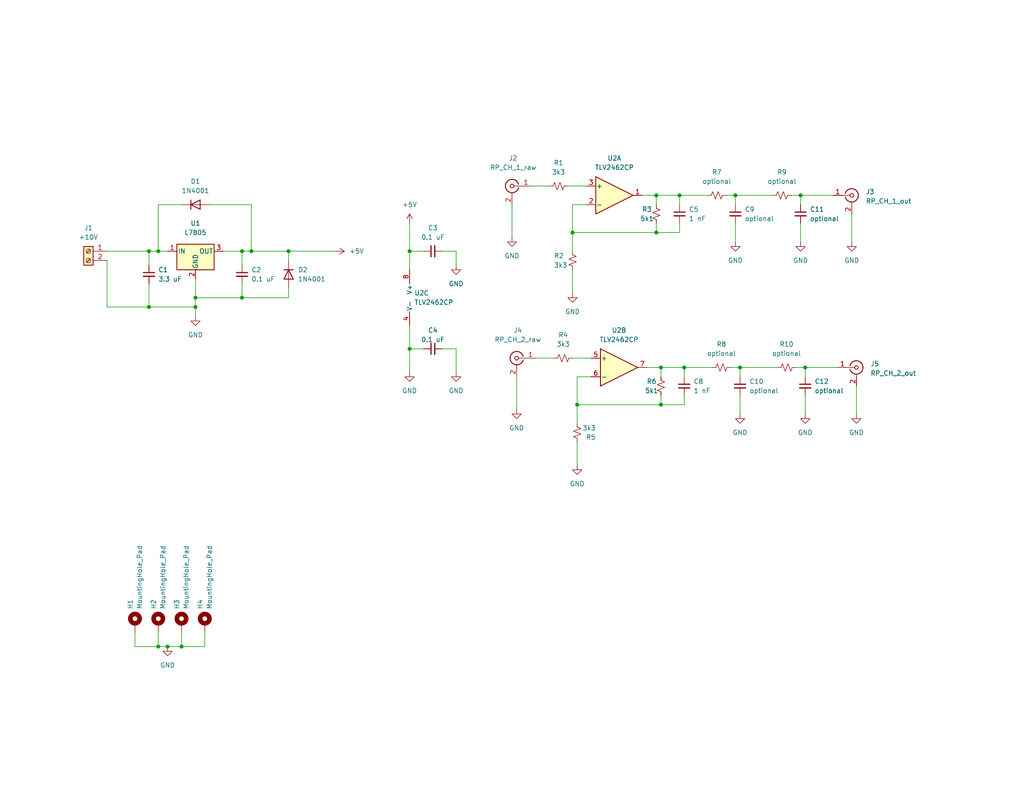
<source format=kicad_sch>
(kicad_sch (version 20211123) (generator eeschema)
  (paper "A")
  (title_block (title "Red Pitaya Interferometer Lock") (date "2023-01-27") (rev "0"))
  (lib_symbols
    (symbol "Amplifier_Operational:OP275" (pin_names (offset 0.127))
      (property "Reference" "U" (at 0 5.08 0))
      (property "Value" "OP275" (at 0 -5.08 0))
      (symbol "OP275_1_1"
        (polyline (pts (xy -5.08 5.08) (xy 5.08 0) (xy -5.08 -5.08) (xy -5.08 5.08)) (stroke (width 0.254)) (fill (type background)))
        (pin output line (at 7.62 0 180) (length 2.54) (name "~") (number "1"))
        (pin input line (at -7.62 -2.54 0) (length 2.54) (name "-") (number "2"))
        (pin input line (at -7.62 2.54 0) (length 2.54) (name "+") (number "3"))
      )
      (symbol "OP275_2_1"
        (polyline (pts (xy -5.08 5.08) (xy 5.08 0) (xy -5.08 -5.08) (xy -5.08 5.08)) (stroke (width 0.254)) (fill (type background)))
        (pin input line (at -7.62 2.54 0) (length 2.54) (name "+") (number "5"))
        (pin input line (at -7.62 -2.54 0) (length 2.54) (name "-") (number "6"))
        (pin output line (at 7.62 0 180) (length 2.54) (name "~") (number "7"))
      )
      (symbol "OP275_3_1"
        (pin power_in line (at -2.54 -7.62 90) (length 3.81) (name "V-") (number "4"))
        (pin power_in line (at -2.54 7.62 270) (length 3.81) (name "V+") (number "8"))
      )
    )
    (symbol "Connector:Conn_Coaxial" (pin_names (offset 1.016) hide)
      (property "Reference" "J" (at 0.254 3.048 0))
      (property "Value" "Conn_Coaxial" (at 2.921 0 90))
      (symbol "Conn_Coaxial_0_1"
        (arc (start -1.778 -0.508) (mid 0.2311 -1.8066) (end 1.778 0) (stroke (width 0.254)))
        (polyline (pts (xy -2.54 0) (xy -0.508 0)))
        (polyline (pts (xy 0 -2.54) (xy 0 -1.778)))
        (circle (center 0 0) (radius 0.508) (stroke (width 0.2032)))
        (arc (start 1.778 0) (mid 0.2099 1.8101) (end -1.778 0.508) (stroke (width 0.254)))
      )
      (symbol "Conn_Coaxial_1_1"
        (pin passive line (at -5.08 0 0) (length 2.54) (name "In") (number "1"))
        (pin passive line (at 0 -5.08 90) (length 2.54) (name "Ext") (number "2"))
      )
    )
    (symbol "Connector:Screw_Terminal_01x02" (pin_names (offset 1.016) hide)
      (property "Reference" "J" (at 0 2.54 0))
      (property "Value" "Screw_Terminal_01x02" (at 0 -5.08 0))
      (symbol "Screw_Terminal_01x02_1_1"
        (rectangle (start -1.27 1.27) (end 1.27 -3.81) (stroke (width 0.254)) (fill (type background)))
        (circle (center 0 -2.54) (radius 0.635) (stroke (width 0.1524)))
        (polyline (pts (xy -0.5334 -2.2098) (xy 0.3302 -3.048)) (stroke (width 0.1524)))
        (polyline (pts (xy -0.5334 0.3302) (xy 0.3302 -0.508)) (stroke (width 0.1524)))
        (polyline (pts (xy -0.3556 -2.032) (xy 0.508 -2.8702)) (stroke (width 0.1524)))
        (polyline (pts (xy -0.3556 0.508) (xy 0.508 -0.3302)) (stroke (width 0.1524)))
        (circle (center 0 0) (radius 0.635) (stroke (width 0.1524)))
        (pin passive line (at -5.08 0 0) (length 3.81) (name "Pin_1") (number "1"))
        (pin passive line (at -5.08 -2.54 0) (length 3.81) (name "Pin_2") (number "2"))
      )
    )
    (symbol "Device:C_Small" (pin_numbers hide) (pin_names (offset 0.254) hide)
      (property "Reference" "C" (at 0.254 1.778 0))
      (property "Value" "C_Small" (at 0.254 -2.032 0))
      (symbol "C_Small_0_1"
        (polyline (pts (xy -1.524 -0.508) (xy 1.524 -0.508)) (stroke (width 0.3302)))
        (polyline (pts (xy -1.524 0.508) (xy 1.524 0.508)) (stroke (width 0.3048)))
      )
      (symbol "C_Small_1_1"
        (pin passive line (at 0 2.54 270) (length 2.032) (name "~") (number "1"))
        (pin passive line (at 0 -2.54 90) (length 2.032) (name "~") (number "2"))
      )
    )
    (symbol "Device:R_Small_US" (pin_numbers hide) (pin_names (offset 0.254) hide)
      (property "Reference" "R" (at 0.762 0.508 0))
      (property "Value" "R_Small_US" (at 0.762 -1.016 0))
      (symbol "R_Small_US_1_1"
        (polyline (pts (xy 0 0) (xy 1.016 -0.381) (xy 0 -0.762) (xy -1.016 -1.143) (xy 0 -1.524)))
        (polyline (pts (xy 0 1.524) (xy 1.016 1.143) (xy 0 0.762) (xy -1.016 0.381) (xy 0 0)))
        (pin passive line (at 0 2.54 270) (length 1.016) (name "~") (number "1"))
        (pin passive line (at 0 -2.54 90) (length 1.016) (name "~") (number "2"))
      )
    )
    (symbol "Diode:1N4001" (pin_numbers hide) (pin_names hide)
      (property "Reference" "D" (at 0 2.54 0))
      (property "Value" "1N4001" (at 0 -2.54 0))
      (symbol "1N4001_0_1"
        (polyline (pts (xy -1.27 1.27) (xy -1.27 -1.27)) (stroke (width 0.254)))
        (polyline (pts (xy 1.27 0) (xy -1.27 0)))
        (polyline (pts (xy 1.27 1.27) (xy 1.27 -1.27) (xy -1.27 0) (xy 1.27 1.27)) (stroke (width 0.254)))
      )
      (symbol "1N4001_1_1"
        (pin passive line (at -3.81 0 0) (length 2.54) (name "K") (number "1"))
        (pin passive line (at 3.81 0 180) (length 2.54) (name "A") (number "2"))
      )
    )
    (symbol "Mechanical:MountingHole_Pad" (pin_numbers hide) (pin_names (offset 1.016) hide)
      (property "Reference" "H" (at 0 6.35 0))
      (property "Value" "MountingHole_Pad" (at 0 4.445 0))
      (symbol "MountingHole_Pad_0_1"
        (circle (center 0 1.27) (radius 1.27) (stroke (width 1.27)))
      )
      (symbol "MountingHole_Pad_1_1"
        (pin input line (at 0 -2.54 90) (length 2.54) (name "1") (number "1"))
      )
    )
    (symbol "Regulator_Linear:L7805" (pin_names (offset 0.254))
      (property "Reference" "U" (at -3.81 3.175 0))
      (property "Value" "L7805" (at 0 3.175 0))
      (symbol "L7805_0_1"
        (rectangle (start -5.08 1.905) (end 5.08 -5.08) (stroke (width 0.254)) (fill (type background)))
      )
      (symbol "L7805_1_1"
        (pin power_in line (at -7.62 0 0) (length 2.54) (name "IN") (number "1"))
        (pin power_in line (at 0 -7.62 90) (length 2.54) (name "GND") (number "2"))
        (pin power_out line (at 7.62 0 180) (length 2.54) (name "OUT") (number "3"))
      )
    )
    (symbol "power:+5V" (power) (pin_names (offset 0))
      (property "Value" "+5V" (at 0 3.556 0))
      (symbol "+5V_0_1"
        (polyline (pts (xy -0.762 1.27) (xy 0 2.54)))
        (polyline (pts (xy 0 0) (xy 0 2.54)))
        (polyline (pts (xy 0 2.54) (xy 0.762 1.27)))
      )
      (symbol "+5V_1_1"
        (pin power_in line (at 0 0 90) (length 0) hide (name "+5V") (number "1"))
      )
    )
    (symbol "power:GND" (power) (pin_names (offset 0))
      (property "Value" "GND" (at 0 -3.81 0))
      (symbol "GND_0_1"
        (polyline (pts (xy 0 0) (xy 0 -1.27) (xy 1.27 -1.27) (xy 0 -2.54) (xy -1.27 -1.27) (xy 0 -1.27)))
      )
      (symbol "GND_1_1"
        (pin power_in line (at 0 0 270) (length 0) hide (name "GND") (number "1"))
      )
    )
  )
  (junction (at 66.04 81.28))
  (junction (at 78.74 68.58))
  (junction (at 68.58 68.58))
  (junction (at 180.34 100.33))
  (junction (at 43.18 68.58))
  (junction (at 185.42 53.34))
  (junction (at 43.18 176.53))
  (junction (at 219.71 100.33))
  (junction (at 218.44 53.34))
  (junction (at 40.64 83.82))
  (junction (at 111.76 68.58))
  (junction (at 49.53 176.53))
  (junction (at 157.48 110.49))
  (junction (at 53.34 83.82))
  (junction (at 179.07 63.5))
  (junction (at 156.21 63.5))
  (junction (at 201.93 100.33))
  (junction (at 186.69 100.33))
  (junction (at 40.64 68.58))
  (junction (at 45.72 176.53))
  (junction (at 66.04 68.58))
  (junction (at 179.07 53.34))
  (junction (at 180.34 110.49))
  (junction (at 111.76 95.25))
  (junction (at 200.66 53.34))
  (junction (at 53.34 81.28))
  (wire (pts (xy 40.64 83.82) (xy 40.64 77.47)))
  (wire (pts (xy 40.64 83.82) (xy 53.34 83.82)))
  (wire (pts (xy 111.76 68.58) (xy 111.76 73.66)))
  (wire (pts (xy 219.71 107.95) (xy 219.71 113.03)))
  (wire (pts (xy 146.05 97.79) (xy 151.13 97.79)))
  (wire (pts (xy 156.21 97.79) (xy 161.29 97.79)))
  (wire (pts (xy 156.21 55.88) (xy 156.21 63.5)))
  (wire (pts (xy 179.07 63.5) (xy 156.21 63.5)))
  (wire (pts (xy 140.97 102.87) (xy 140.97 111.76)))
  (wire (pts (xy 200.66 53.34) (xy 210.82 53.34)))
  (wire (pts (xy 218.44 60.96) (xy 218.44 66.04)))
  (wire (pts (xy 68.58 55.88) (xy 68.58 68.58)))
  (wire (pts (xy 43.18 172.72) (xy 43.18 176.53)))
  (wire (pts (xy 43.18 176.53) (xy 45.72 176.53)))
  (wire (pts (xy 78.74 81.28) (xy 78.74 78.74)))
  (wire (pts (xy 198.12 53.34) (xy 200.66 53.34)))
  (wire (pts (xy 49.53 176.53) (xy 45.72 176.53)))
  (wire (pts (xy 40.64 68.58) (xy 40.64 72.39)))
  (wire (pts (xy 78.74 68.58) (xy 78.74 71.12)))
  (wire (pts (xy 49.53 172.72) (xy 49.53 176.53)))
  (wire (pts (xy 111.76 60.96) (xy 111.76 68.58)))
  (wire (pts (xy 53.34 81.28) (xy 66.04 81.28)))
  (wire (pts (xy 78.74 68.58) (xy 91.44 68.58)))
  (wire (pts (xy 179.07 63.5) (xy 185.42 63.5)))
  (wire (pts (xy 200.66 53.34) (xy 200.66 55.88)))
  (wire (pts (xy 157.48 120.65) (xy 157.48 127)))
  (wire (pts (xy 200.66 60.96) (xy 200.66 66.04)))
  (wire (pts (xy 43.18 68.58) (xy 45.72 68.58)))
  (wire (pts (xy 156.21 73.66) (xy 156.21 80.01)))
  (wire (pts (xy 66.04 68.58) (xy 66.04 72.39)))
  (wire (pts (xy 180.34 100.33) (xy 180.34 102.87)))
  (wire (pts (xy 194.31 100.33) (xy 186.69 100.33)))
  (wire (pts (xy 157.48 102.87) (xy 161.29 102.87)))
  (wire (pts (xy 115.57 95.25) (xy 111.76 95.25)))
  (wire (pts (xy 201.93 107.95) (xy 201.93 113.03)))
  (wire (pts (xy 154.94 50.8) (xy 160.02 50.8)))
  (wire (pts (xy 186.69 110.49) (xy 186.69 107.95)))
  (wire (pts (xy 144.78 50.8) (xy 149.86 50.8)))
  (wire (pts (xy 156.21 63.5) (xy 156.21 68.58)))
  (wire (pts (xy 180.34 107.95) (xy 180.34 110.49)))
  (wire (pts (xy 186.69 100.33) (xy 180.34 100.33)))
  (wire (pts (xy 68.58 68.58) (xy 78.74 68.58)))
  (wire (pts (xy 219.71 100.33) (xy 228.6 100.33)))
  (wire (pts (xy 180.34 110.49) (xy 157.48 110.49)))
  (wire (pts (xy 120.65 68.58) (xy 124.46 68.58)))
  (wire (pts (xy 218.44 53.34) (xy 218.44 55.88)))
  (wire (pts (xy 29.21 71.12) (xy 29.21 83.82)))
  (wire (pts (xy 180.34 110.49) (xy 186.69 110.49)))
  (wire (pts (xy 186.69 100.33) (xy 186.69 102.87)))
  (wire (pts (xy 124.46 95.25) (xy 120.65 95.25)))
  (wire (pts (xy 176.53 100.33) (xy 180.34 100.33)))
  (wire (pts (xy 57.15 55.88) (xy 68.58 55.88)))
  (wire (pts (xy 66.04 81.28) (xy 78.74 81.28)))
  (wire (pts (xy 201.93 100.33) (xy 201.93 102.87)))
  (wire (pts (xy 124.46 101.6) (xy 124.46 95.25)))
  (wire (pts (xy 29.21 68.58) (xy 40.64 68.58)))
  (wire (pts (xy 139.7 55.88) (xy 139.7 64.77)))
  (wire (pts (xy 53.34 76.2) (xy 53.34 81.28)))
  (wire (pts (xy 43.18 55.88) (xy 43.18 68.58)))
  (wire (pts (xy 111.76 95.25) (xy 111.76 101.6)))
  (wire (pts (xy 29.21 83.82) (xy 40.64 83.82)))
  (wire (pts (xy 175.26 53.34) (xy 179.07 53.34)))
  (wire (pts (xy 233.68 105.41) (xy 233.68 113.03)))
  (wire (pts (xy 193.04 53.34) (xy 185.42 53.34)))
  (wire (pts (xy 53.34 81.28) (xy 53.34 83.82)))
  (wire (pts (xy 217.17 100.33) (xy 219.71 100.33)))
  (wire (pts (xy 55.88 176.53) (xy 49.53 176.53)))
  (wire (pts (xy 185.42 53.34) (xy 179.07 53.34)))
  (wire (pts (xy 60.96 68.58) (xy 66.04 68.58)))
  (wire (pts (xy 36.83 172.72) (xy 36.83 176.53)))
  (wire (pts (xy 179.07 53.34) (xy 179.07 55.88)))
  (wire (pts (xy 199.39 100.33) (xy 201.93 100.33)))
  (wire (pts (xy 156.21 55.88) (xy 160.02 55.88)))
  (wire (pts (xy 124.46 68.58) (xy 124.46 72.39)))
  (wire (pts (xy 185.42 53.34) (xy 185.42 55.88)))
  (wire (pts (xy 55.88 172.72) (xy 55.88 176.53)))
  (wire (pts (xy 111.76 88.9) (xy 111.76 95.25)))
  (wire (pts (xy 36.83 176.53) (xy 43.18 176.53)))
  (wire (pts (xy 66.04 68.58) (xy 68.58 68.58)))
  (wire (pts (xy 49.53 55.88) (xy 43.18 55.88)))
  (wire (pts (xy 111.76 68.58) (xy 115.57 68.58)))
  (wire (pts (xy 157.48 110.49) (xy 157.48 115.57)))
  (wire (pts (xy 66.04 81.28) (xy 66.04 77.47)))
  (wire (pts (xy 53.34 83.82) (xy 53.34 86.36)))
  (wire (pts (xy 40.64 68.58) (xy 43.18 68.58)))
  (wire (pts (xy 157.48 102.87) (xy 157.48 110.49)))
  (wire (pts (xy 218.44 53.34) (xy 227.33 53.34)))
  (wire (pts (xy 185.42 63.5) (xy 185.42 60.96)))
  (wire (pts (xy 219.71 100.33) (xy 219.71 102.87)))
  (wire (pts (xy 201.93 100.33) (xy 212.09 100.33)))
  (wire (pts (xy 215.9 53.34) (xy 218.44 53.34)))
  (wire (pts (xy 179.07 60.96) (xy 179.07 63.5)))
  (wire (pts (xy 232.41 58.42) (xy 232.41 66.04)))
  (symbol (lib_id "power:GND") (at 124.46 101.6 0) (unit 1)
    (property "Reference" "#PWR08" (effects hide))
    (property "Value" "GND" (at 124.46 106.68 0))
  )
  (symbol (lib_id "power:GND") (at 124.46 72.39 0) (unit 1)
    (property "Reference" "#PWR07" (effects hide))
    (property "Value" "GND" (at 124.46 77.47 0))
  )
  (symbol (lib_id "Device:R_Small_US") (at 196.85 100.33 90) (unit 1)
    (property "Reference" "R8" (at 196.85 93.98 90))
    (property "Value" "optional" (at 196.85 96.52 90))
    (property "Footprint" "Resistor_THT:R_Axial_DIN0207_L6.3mm_D2.5mm_P10.16mm_Horizontal" (effects hide))
  )
  (symbol (lib_id "Amplifier_Operational:OP275") (at 167.64 53.34 0) (unit 1)
    (property "Reference" "U2" (at 167.64 43.18 0))
    (property "Value" "TLV2462CP" (at 167.64 45.72 0))
    (property "Footprint" "Package_DIP:DIP-8_W7.62mm_Socket" (effects hide))
    (property "Datasheet" "https://www.analog.com/media/en/technical-documentation/data-sheets/OP275.pdf" (effects hide))
  )
  (symbol (lib_id "Device:R_Small_US") (at 213.36 53.34 90) (unit 1)
    (property "Reference" "R9" (at 213.36 46.99 90))
    (property "Value" "optional" (at 213.36 49.53 90))
    (property "Footprint" "Resistor_THT:R_Axial_DIN0207_L6.3mm_D2.5mm_P10.16mm_Horizontal" (effects hide))
  )
  (symbol (lib_id "power:GND") (at 53.34 86.36 0) (unit 1)
    (property "Reference" "#PWR01" (effects hide))
    (property "Value" "GND" (at 53.34 91.44 0))
  )
  (symbol (lib_id "power:GND") (at 201.93 113.03 0) (unit 1)
    (property "Reference" "#PWR017" (effects hide))
    (property "Value" "GND" (at 201.93 118.11 0))
  )
  (symbol (lib_id "Device:C_Small") (at 118.11 68.58 90) (unit 1)
    (property "Reference" "C3" (at 118.1163 62.23 90))
    (property "Value" "0.1 uF" (at 118.1163 64.77 90))
    (property "Footprint" "Capacitor_THT:C_Disc_D7.5mm_W5.0mm_P7.50mm" (effects hide))
  )
  (symbol (lib_id "Device:R_Small_US") (at 214.63 100.33 90) (unit 1)
    (property "Reference" "R10" (at 214.63 93.98 90))
    (property "Value" "optional" (at 214.63 96.52 90))
    (property "Footprint" "Resistor_THT:R_Axial_DIN0207_L6.3mm_D2.5mm_P10.16mm_Horizontal" (effects hide))
  )
  (symbol (lib_id "power:GND") (at 218.44 66.04 0) (unit 1)
    (property "Reference" "#PWR018" (effects hide))
    (property "Value" "GND" (at 218.44 71.12 0))
  )
  (symbol (lib_id "power:GND") (at 111.76 101.6 0) (unit 1)
    (property "Reference" "#PWR06" (effects hide))
    (property "Value" "GND" (at 111.76 106.68 0))
  )
  (symbol (lib_id "power:+5V") (at 91.44 68.58 270) (unit 1)
    (property "Reference" "#PWR02" (effects hide))
    (property "Value" "+5V" (at 95.25 68.5799 90) (effects (justify left)))
  )
  (symbol (lib_id "Device:R_Small_US") (at 153.67 97.79 90) (unit 1)
    (property "Reference" "R4" (at 153.67 91.44 90))
    (property "Value" "3k3" (at 153.67 93.98 90))
    (property "Footprint" "Resistor_THT:R_Axial_DIN0207_L6.3mm_D2.5mm_P10.16mm_Horizontal" (effects hide))
  )
  (symbol (lib_id "Amplifier_Operational:OP275") (at 114.3 81.28 0) (unit 3)
    (property "Reference" "U2" (at 113.03 80.0099 0) (effects (justify left)))
    (property "Value" "TLV2462CP" (at 113.03 82.5499 0) (effects (justify left)))
    (property "Footprint" "Package_DIP:DIP-8_W7.62mm_Socket" (effects hide))
    (property "Datasheet" "https://www.analog.com/media/en/technical-documentation/data-sheets/OP275.pdf" (effects hide))
  )
  (symbol (lib_id "power:GND") (at 233.68 113.03 0) (unit 1)
    (property "Reference" "#PWR020" (effects hide))
    (property "Value" "GND" (at 233.68 118.11 0))
  )
  (symbol (lib_id "Device:C_Small") (at 200.66 58.42 0) (unit 1)
    (property "Reference" "C9" (at 203.2 57.1562 0) (effects (justify left)))
    (property "Value" "optional" (at 203.2 59.6962 0) (effects (justify left)))
    (property "Footprint" "Capacitor_THT:C_Disc_D7.5mm_W5.0mm_P7.50mm" (effects hide))
  )
  (symbol (lib_id "Device:R_Small_US") (at 156.21 71.12 0) (unit 1)
    (property "Reference" "R2" (at 151.13 69.85 0) (effects (justify left)))
    (property "Value" "3k3" (at 151.13 72.39 0) (effects (justify left)))
    (property "Footprint" "Resistor_THT:R_Axial_DIN0207_L6.3mm_D2.5mm_P10.16mm_Horizontal" (effects hide))
  )
  (symbol (lib_id "Device:C_Small") (at 201.93 105.41 0) (unit 1)
    (property "Reference" "C10" (at 204.47 104.1462 0) (effects (justify left)))
    (property "Value" "optional" (at 204.47 106.6862 0) (effects (justify left)))
    (property "Footprint" "Capacitor_THT:C_Disc_D7.5mm_W5.0mm_P7.50mm" (effects hide))
  )
  (symbol (lib_id "Diode:1N4001") (at 53.34 55.88 0) (unit 1)
    (property "Reference" "D1" (at 53.34 49.53 0))
    (property "Value" "1N4001" (at 53.34 52.07 0))
    (property "Footprint" "Diode_THT:D_DO-41_SOD81_P10.16mm_Horizontal" (effects hide))
    (property "Datasheet" "http://www.vishay.com/docs/88503/1n4001.pdf" (effects hide))
  )
  (symbol (lib_id "Connector:Conn_Coaxial") (at 233.68 100.33 0) (unit 1)
    (property "Reference" "J5" (at 237.49 99.3531 0) (effects (justify left)))
    (property "Value" "RP_CH_2_out" (at 237.49 101.8931 0) (effects (justify left)))
    (property "Footprint" "Connector_Coaxial:SMA_Amphenol_132134-16_Vertical" (effects hide))
    (property "Datasheet" " ~" (effects hide))
  )
  (symbol (lib_id "Diode:1N4001") (at 78.74 74.93 270) (unit 1)
    (property "Reference" "D2" (at 81.28 73.6599 90) (effects (justify left)))
    (property "Value" "1N4001" (at 81.28 76.1999 90) (effects (justify left)))
    (property "Footprint" "Diode_THT:D_DO-41_SOD81_P10.16mm_Horizontal" (effects hide))
    (property "Datasheet" "http://www.vishay.com/docs/88503/1n4001.pdf" (effects hide))
  )
  (symbol (lib_id "Mechanical:MountingHole_Pad") (at 36.83 170.18 0) (unit 1)
    (property "Reference" "H1" (at 35.56 166.37 90) (effects (justify left)))
    (property "Value" "MountingHole_Pad" (at 38.1 166.37 90) (effects (justify left)))
    (property "Footprint" "MountingHole:MountingHole_3mm_Pad_Via" (effects hide))
  )
  (symbol (lib_id "Connector:Conn_Coaxial") (at 139.7 50.8 0) (mirror y) (unit 1)
    (property "Reference" "J2" (at 140.0174 43.18 0))
    (property "Value" "RP_CH_1_raw" (at 140.0174 45.72 0))
    (property "Footprint" "Connector_Coaxial:SMA_Amphenol_132134-16_Vertical" (effects hide))
    (property "Datasheet" " ~" (effects hide))
  )
  (symbol (lib_id "Device:C_Small") (at 186.69 105.41 0) (unit 1)
    (property "Reference" "C8" (at 189.23 104.1462 0) (effects (justify left)))
    (property "Value" "1 nF" (at 189.23 106.6862 0) (effects (justify left)))
    (property "Footprint" "Capacitor_THT:C_Disc_D7.5mm_W5.0mm_P7.50mm" (effects hide))
  )
  (symbol (lib_id "Mechanical:MountingHole_Pad") (at 49.53 170.18 0) (unit 1)
    (property "Reference" "H3" (at 48.26 166.37 90) (effects (justify left)))
    (property "Value" "MountingHole_Pad" (at 50.8 166.37 90) (effects (justify left)))
    (property "Footprint" "MountingHole:MountingHole_3mm_Pad_Via" (effects hide))
  )
  (symbol (lib_id "Connector:Conn_Coaxial") (at 232.41 53.34 0) (unit 1)
    (property "Reference" "J3" (at 236.22 52.3631 0) (effects (justify left)))
    (property "Value" "RP_CH_1_out" (at 236.22 54.9031 0) (effects (justify left)))
    (property "Footprint" "Connector_Coaxial:SMA_Amphenol_132134-16_Vertical" (effects hide))
    (property "Datasheet" " ~" (effects hide))
  )
  (symbol (lib_id "Device:C_Small") (at 66.04 74.93 0) (unit 1)
    (property "Reference" "C2" (at 68.58 73.6662 0) (effects (justify left)))
    (property "Value" "0.1 uF" (at 68.58 76.2062 0) (effects (justify left)))
    (property "Footprint" "Capacitor_THT:C_Disc_D7.5mm_W5.0mm_P7.50mm" (effects hide))
  )
  (symbol (lib_id "Device:R_Small_US") (at 180.34 105.41 0) (unit 1)
    (property "Reference" "R6" (at 177.8 104.14 0))
    (property "Value" "5k1" (at 177.8 106.68 0))
    (property "Footprint" "Resistor_THT:R_Axial_DIN0207_L6.3mm_D2.5mm_P10.16mm_Horizontal" (effects hide))
  )
  (symbol (lib_id "power:GND") (at 219.71 113.03 0) (unit 1)
    (property "Reference" "#PWR019" (effects hide))
    (property "Value" "GND" (at 219.71 118.11 0))
  )
  (symbol (lib_id "power:+5V") (at 111.76 60.96 0) (unit 1)
    (property "Reference" "#PWR05" (effects hide))
    (property "Value" "+5V" (at 111.76 55.88 0))
  )
  (symbol (lib_id "Device:C_Small") (at 219.71 105.41 0) (unit 1)
    (property "Reference" "C12" (at 222.25 104.1462 0) (effects (justify left)))
    (property "Value" "optional" (at 222.25 106.6862 0) (effects (justify left)))
    (property "Footprint" "Capacitor_THT:C_Disc_D7.5mm_W5.0mm_P7.50mm" (effects hide))
  )
  (symbol (lib_id "Device:R_Small_US") (at 157.48 118.11 180) (unit 1)
    (property "Reference" "R5" (at 162.56 119.38 0) (effects (justify left)))
    (property "Value" "3k3" (at 162.56 116.84 0) (effects (justify left)))
    (property "Footprint" "Resistor_THT:R_Axial_DIN0207_L6.3mm_D2.5mm_P10.16mm_Horizontal" (effects hide))
  )
  (symbol (lib_id "Amplifier_Operational:OP275") (at 168.91 100.33 0) (unit 2)
    (property "Reference" "U2" (at 168.91 90.17 0))
    (property "Value" "TLV2462CP" (at 168.91 92.71 0))
    (property "Footprint" "Package_DIP:DIP-8_W7.62mm_Socket" (effects hide))
    (property "Datasheet" "https://www.analog.com/media/en/technical-documentation/data-sheets/OP275.pdf" (effects hide))
  )
  (symbol (lib_id "Device:R_Small_US") (at 179.07 58.42 0) (unit 1)
    (property "Reference" "R3" (at 176.53 57.15 0))
    (property "Value" "5k1" (at 176.53 59.69 0))
    (property "Footprint" "Resistor_THT:R_Axial_DIN0207_L6.3mm_D2.5mm_P10.16mm_Horizontal" (effects hide))
  )
  (symbol (lib_id "Device:R_Small_US") (at 152.4 50.8 90) (unit 1)
    (property "Reference" "R1" (at 152.4 44.45 90))
    (property "Value" "3k3" (at 152.4 46.99 90))
    (property "Footprint" "Resistor_THT:R_Axial_DIN0207_L6.3mm_D2.5mm_P10.16mm_Horizontal" (effects hide))
  )
  (symbol (lib_id "Device:C_Small") (at 218.44 58.42 0) (unit 1)
    (property "Reference" "C11" (at 220.98 57.1562 0) (effects (justify left)))
    (property "Value" "optional" (at 220.98 59.6962 0) (effects (justify left)))
    (property "Footprint" "Capacitor_THT:C_Disc_D7.5mm_W5.0mm_P7.50mm" (effects hide))
  )
  (symbol (lib_id "Connector:Screw_Terminal_01x02") (at 24.13 68.58 0) (mirror y) (unit 1)
    (property "Reference" "J1" (at 24.13 62.23 0))
    (property "Value" "+10V" (at 24.13 64.77 0))
    (property "Footprint" "Connector_Phoenix_MC_HighVoltage:PhoenixContact_MCV_1,5_2-G-5.08_1x02_P5.08mm_Vertical" (effects hide))
  )
  (symbol (lib_id "Device:C_Small") (at 185.42 58.42 0) (unit 1)
    (property "Reference" "C5" (at 187.96 57.1562 0) (effects (justify left)))
    (property "Value" "1 nF" (at 187.96 59.6962 0) (effects (justify left)))
    (property "Footprint" "Capacitor_THT:C_Disc_D7.5mm_W5.0mm_P7.50mm" (effects hide))
  )
  (symbol (lib_id "Device:C_Small") (at 40.64 74.93 0) (unit 1)
    (property "Reference" "C1" (at 43.18 73.6662 0) (effects (justify left)))
    (property "Value" "3.3 uF" (at 43.18 76.2062 0) (effects (justify left)))
    (property "Footprint" "Capacitor_THT:C_Disc_D7.5mm_W5.0mm_P7.50mm" (effects hide))
  )
  (symbol (lib_id "power:GND") (at 157.48 127 0) (unit 1)
    (property "Reference" "#PWR011" (effects hide))
    (property "Value" "GND" (at 157.48 132.08 0))
  )
  (symbol (lib_id "Mechanical:MountingHole_Pad") (at 43.18 170.18 0) (unit 1)
    (property "Reference" "H2" (at 41.91 166.37 90) (effects (justify left)))
    (property "Value" "MountingHole_Pad" (at 44.45 166.37 90) (effects (justify left)))
    (property "Footprint" "MountingHole:MountingHole_3mm_Pad_Via" (effects hide))
  )
  (symbol (lib_id "Connector:Conn_Coaxial") (at 140.97 97.79 0) (mirror y) (unit 1)
    (property "Reference" "J4" (at 141.2874 90.17 0))
    (property "Value" "RP_CH_2_raw" (at 141.2874 92.71 0))
    (property "Footprint" "Connector_Coaxial:SMA_Amphenol_132134-16_Vertical" (effects hide))
    (property "Datasheet" " ~" (effects hide))
  )
  (symbol (lib_id "Device:R_Small_US") (at 195.58 53.34 90) (unit 1)
    (property "Reference" "R7" (at 195.58 46.99 90))
    (property "Value" "optional" (at 195.58 49.53 90))
    (property "Footprint" "Resistor_THT:R_Axial_DIN0207_L6.3mm_D2.5mm_P10.16mm_Horizontal" (effects hide))
  )
  (symbol (lib_id "power:GND") (at 232.41 66.04 0) (unit 1)
    (property "Reference" "#PWR09" (effects hide))
    (property "Value" "GND" (at 232.41 71.12 0))
  )
  (symbol (lib_id "Regulator_Linear:L7805") (at 53.34 68.58 0) (unit 1)
    (property "Reference" "U1" (at 53.34 60.96 0))
    (property "Value" "L7805" (at 53.34 63.5 0))
    (property "Footprint" "Package_TO_SOT_THT:TO-220-3_Horizontal_TabDown" (effects hide))
    (property "Datasheet" "http://www.st.com/content/ccc/resource/technical/document/datasheet/41/4f/b3/b0/12/d4/47/88/CD00000444.pdf/files/CD00000444.pdf/jcr:content/translations/en.CD00000444.pdf" (effects hide))
  )
  (symbol (lib_id "power:GND") (at 140.97 111.76 0) (unit 1)
    (property "Reference" "#PWR010" (effects hide))
    (property "Value" "GND" (at 140.97 116.84 0))
  )
  (symbol (lib_id "power:GND") (at 139.7 64.77 0) (unit 1)
    (property "Reference" "#PWR03" (effects hide))
    (property "Value" "GND" (at 139.7 69.85 0))
  )
  (symbol (lib_id "power:GND") (at 45.72 176.53 0) (unit 1)
    (property "Reference" "#PWR012" (effects hide))
    (property "Value" "GND" (at 45.72 181.61 0))
  )
  (symbol (lib_id "Device:C_Small") (at 118.11 95.25 90) (unit 1)
    (property "Reference" "C4" (at 118.11 90.17 90))
    (property "Value" "0.1 uF" (at 118.11 92.71 90))
    (property "Footprint" "Capacitor_THT:C_Disc_D7.5mm_W5.0mm_P7.50mm" (effects hide))
  )
  (symbol (lib_id "Mechanical:MountingHole_Pad") (at 55.88 170.18 0) (unit 1)
    (property "Reference" "H4" (at 54.61 166.37 90) (effects (justify left)))
    (property "Value" "MountingHole_Pad" (at 57.15 166.37 90) (effects (justify left)))
    (property "Footprint" "MountingHole:MountingHole_3mm_Pad_Via" (effects hide))
  )
  (symbol (lib_id "power:GND") (at 200.66 66.04 0) (unit 1)
    (property "Reference" "#PWR016" (effects hide))
    (property "Value" "GND" (at 200.66 71.12 0))
  )
  (symbol (lib_id "power:GND") (at 156.21 80.01 0) (unit 1)
    (property "Reference" "#PWR04" (effects hide))
    (property "Value" "GND" (at 156.21 85.09 0))
  )
)
</source>
